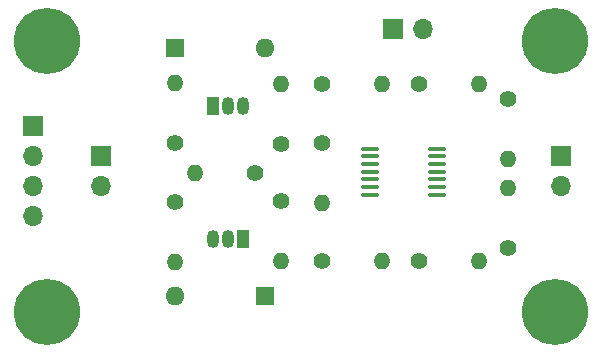
<source format=gts>
G04 #@! TF.GenerationSoftware,KiCad,Pcbnew,9.0.0*
G04 #@! TF.CreationDate,2025-04-05T17:14:40-04:00*
G04 #@! TF.ProjectId,GeoSence_KiCad_singal_module,47656f53-656e-4636-955f-4b694361645f,rev?*
G04 #@! TF.SameCoordinates,Original*
G04 #@! TF.FileFunction,Soldermask,Top*
G04 #@! TF.FilePolarity,Negative*
%FSLAX46Y46*%
G04 Gerber Fmt 4.6, Leading zero omitted, Abs format (unit mm)*
G04 Created by KiCad (PCBNEW 9.0.0) date 2025-04-05 17:14:40*
%MOMM*%
%LPD*%
G01*
G04 APERTURE LIST*
G04 Aperture macros list*
%AMRoundRect*
0 Rectangle with rounded corners*
0 $1 Rounding radius*
0 $2 $3 $4 $5 $6 $7 $8 $9 X,Y pos of 4 corners*
0 Add a 4 corners polygon primitive as box body*
4,1,4,$2,$3,$4,$5,$6,$7,$8,$9,$2,$3,0*
0 Add four circle primitives for the rounded corners*
1,1,$1+$1,$2,$3*
1,1,$1+$1,$4,$5*
1,1,$1+$1,$6,$7*
1,1,$1+$1,$8,$9*
0 Add four rect primitives between the rounded corners*
20,1,$1+$1,$2,$3,$4,$5,0*
20,1,$1+$1,$4,$5,$6,$7,0*
20,1,$1+$1,$6,$7,$8,$9,0*
20,1,$1+$1,$8,$9,$2,$3,0*%
G04 Aperture macros list end*
%ADD10C,1.400000*%
%ADD11O,1.400000X1.400000*%
%ADD12C,3.600000*%
%ADD13C,5.600000*%
%ADD14R,1.700000X1.700000*%
%ADD15O,1.700000X1.700000*%
%ADD16R,1.600000X1.600000*%
%ADD17O,1.600000X1.600000*%
%ADD18R,1.050000X1.500000*%
%ADD19O,1.050000X1.500000*%
%ADD20RoundRect,0.100000X-0.637500X-0.100000X0.637500X-0.100000X0.637500X0.100000X-0.637500X0.100000X0*%
G04 APERTURE END LIST*
D10*
X111500000Y-46140000D03*
D11*
X116580000Y-46140000D03*
D12*
X80000000Y-65500000D03*
D13*
X80000000Y-65500000D03*
D12*
X80000000Y-42500000D03*
D13*
X80000000Y-42500000D03*
D14*
X84500000Y-52225000D03*
D15*
X84500000Y-54765000D03*
D10*
X103270000Y-61140000D03*
D11*
X108350000Y-61140000D03*
D16*
X90770000Y-43140000D03*
D17*
X98390000Y-43140000D03*
D18*
X94000000Y-48000000D03*
D19*
X95270000Y-48000000D03*
X96540000Y-48000000D03*
D12*
X123000000Y-65500000D03*
D13*
X123000000Y-65500000D03*
D10*
X103270000Y-51140000D03*
D11*
X103270000Y-56220000D03*
D14*
X123500000Y-52225000D03*
D15*
X123500000Y-54765000D03*
D10*
X103270000Y-46140000D03*
D11*
X108350000Y-46140000D03*
D10*
X90770000Y-56140000D03*
D11*
X90770000Y-61220000D03*
D14*
X109225000Y-41500000D03*
D15*
X111765000Y-41500000D03*
D10*
X90770000Y-51180000D03*
D11*
X90770000Y-46100000D03*
D18*
X96540000Y-59280000D03*
D19*
X95270000Y-59280000D03*
X94000000Y-59280000D03*
D10*
X97540000Y-53701100D03*
D11*
X92460000Y-53701100D03*
D20*
X107270000Y-51640000D03*
X107270000Y-52290000D03*
X107270000Y-52940000D03*
X107270000Y-53590000D03*
X107270000Y-54240000D03*
X107270000Y-54890000D03*
X107270000Y-55540000D03*
X112995000Y-55540000D03*
X112995000Y-54890000D03*
X112995000Y-54240000D03*
X112995000Y-53590000D03*
X112995000Y-52940000D03*
X112995000Y-52290000D03*
X112995000Y-51640000D03*
D10*
X99770000Y-51220000D03*
D11*
X99770000Y-46140000D03*
D10*
X119000000Y-60040000D03*
D11*
X119000000Y-54960000D03*
D14*
X78770000Y-49700000D03*
D15*
X78770000Y-52240000D03*
X78770000Y-54780000D03*
X78770000Y-57320000D03*
D16*
X98390000Y-64140000D03*
D17*
X90770000Y-64140000D03*
D10*
X111460000Y-61140000D03*
D11*
X116540000Y-61140000D03*
D10*
X99770000Y-56100000D03*
D11*
X99770000Y-61180000D03*
D12*
X123000000Y-42500000D03*
D13*
X123000000Y-42500000D03*
D10*
X119000000Y-47460000D03*
D11*
X119000000Y-52540000D03*
M02*

</source>
